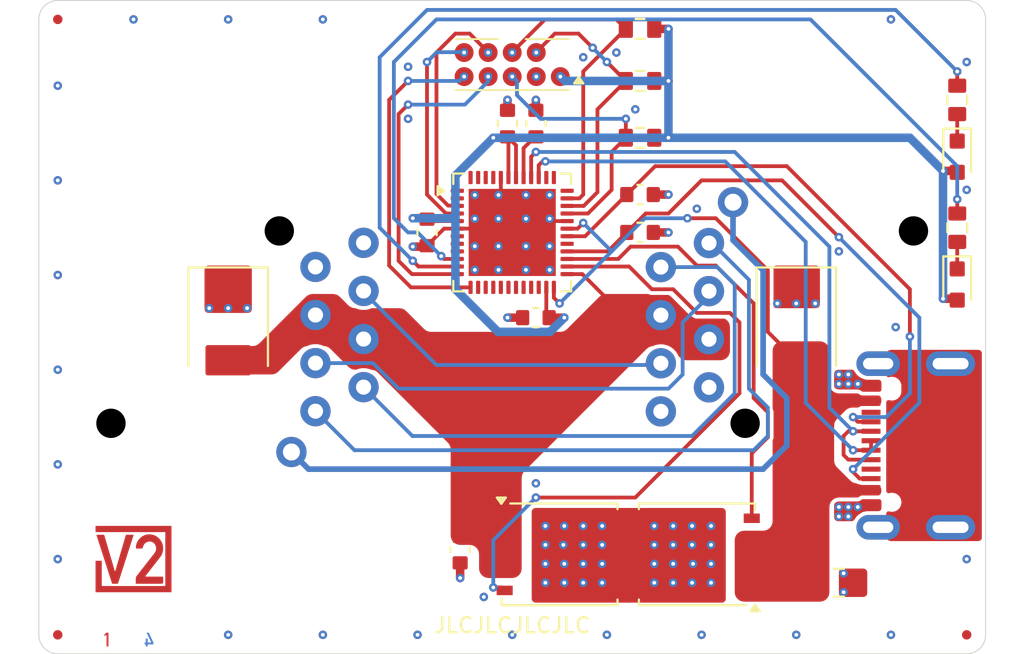
<source format=kicad_pcb>
(kicad_pcb (version 20241229) (generator "pcbnew") (generator_version "9.0")
  (title_block (title "Power Link USB") (date "2026-01-26") (rev "3") (company "Versio Duo"))
  (layers (0 "F.Cu" signal "Front") (4 "In1.Cu" power) (6 "In2.Cu" power) (2 "B.Cu" signal "Back") (13 "F.Paste" user) (5 "F.SilkS" user "F.Silkscreen") (7 "B.SilkS" user "B.Silkscreen") (1 "F.Mask" user) (3 "B.Mask" user) (25 "Edge.Cuts" user))
  (property "Order-Number" "JLCJLCJLCJLC")
  (net 0 "")
  (net 1 "GND")
  (net 2 "+VLINK")
  (net 3 "/RX-A")
  (net 4 "/TX-Z")
  (net 5 "/RX-B")
  (net 6 "/TX-Y")
  (net 7 "Shield")
  (net 8 "/Drain")
  (net 9 "/Rail-Input")
  (net 10 "/Rail-Output")
  (net 11 "+VBUS")
  (net 12 "/+1V8")
  (net 13 "/Shield RJ45")
  (net 14 "+3V3")
  (net 15 "/SWDIO")
  (net 19 "/UART-TX")
  (net 24 "/UART-RX")
  (net 25 "/SCK")
  (net 27 "/SDA")
  (net 28 "/USB-")
  (net 29 "/USB-CC2")
  (net 30 "/USB-CC1")
  (net 31 "/USB+")
  (net 32 "/SWCLK")
  (net 39 "Net-(D101-K)")
  (net 41 "Net-(D102-K)")
  (net 50 "/RESET")
  (net 52 "/LED-Orange")
  (net 53 "/LED-Red")
  (footprint "V2_Resistor_SMD:R_0603" (layer "F.Cu") (at 148.75 84)
    (property "Reference" "R103" (hide yes))
    (property "Value" "3k9" (hide yes))
  )
  (footprint "V2_Capacitor_SMD:C_0603" (layer "F.Cu") (at 143.25 89 -90)
    (property "Reference" "C104" (hide yes))
    (property "Value" "0u1" (hide yes))
  )
  (footprint "V2_Package_TO_SOT_SMD:TDSON-8-FL" (layer "F.Cu") (at 144.5 111.75)
    (property "Reference" "Q102" (hide yes))
    (property "Value" "BSC010N04LS" (hide yes))
  )
  (footprint "V2_Capacitor_SMD:C_0805" (layer "F.Cu") (at 159.25 113.25)
    (property "Reference" "C107" (hide yes))
    (property "Value" "10u" (hide yes))
  )
  (footprint "V2_LED:LED_0603" (layer "F.Cu") (at 165.5 90.75 -90)
    (property "Reference" "D101" (hide yes))
    (property "Value" "Orange" (hide yes))
  )
  (footprint "V2_Capacitor_SMD:C_0603" (layer "F.Cu") (at 143.25 99.25 180)
    (property "Reference" "C103" (hide yes))
    (property "Value" "0u1" (hide yes))
  )
  (footprint "V2_Connector_USB:JAE_DX07S016JA3" (layer "F.Cu") (at 164 106 90)
    (property "Reference" "J102" (hide yes))
    (property "Value" "DX07S016JA3" (hide yes))
  )
  (footprint "V2_LED:LED_0603" (layer "F.Cu") (at 165.5 97.5 -90)
    (property "Reference" "D102" (hide yes))
    (property "Value" "Red" (hide yes))
  )
  (footprint "V2_Production:Order_Number" (layer "F.Cu") (at 142 115.5)
    (property "Reference" "INFO101" (hide yes))
    (property "Value" "Order_Number" (hide yes))
  )
  (footprint "V2_Capacitor_SMD:C_0603" (layer "F.Cu") (at 148.75 92.75)
    (property "Reference" "C106" (hide yes))
    (property "Value" "390p" (hide yes))
  )
  (footprint "V2_Package_DFN_QFN:QFN-48-1EP_6x6mm_P0.4mm_EP4.6x4.6mm" (layer "F.Cu") (at 142 94.75)
    (property "Reference" "U101" (hide yes))
    (property "Value" "CYPM1311-48LDXI" (hide yes))
  )
  (footprint "V2_Resistor_SMD:R_0603" (layer "F.Cu") (at 165.5 87.75 90)
    (property "Reference" "R104" (hide yes))
    (property "Value" "330R" (hide yes))
  )
  (footprint "V2_Capacitor_SMD:C_0603" (layer "F.Cu") (at 139.25 111.5 -90)
    (property "Reference" "C108" (hide yes))
    (property "Value" "1u" (hide yes))
  )
  (footprint "V2_Connector_Debug:KitProg3" (layer "F.Cu") (at 142 85.25)
    (property "Reference" "J1" (hide yes))
    (property "Value" ">VALUE" (hide yes))
  )
  (footprint "V2_Diode_SMD:D_SMB" (layer "F.Cu") (at 127 99.5 -90)
    (property "Reference" "TVS102" (hide yes))
    (property "Value" "SMBJ33CA" (hide yes))
  )
  (footprint "V2_Package_TO_SOT_SMD:TDSON-8-FL" (layer "F.Cu") (at 151.75 111.75 180)
    (property "Reference" "Q101" (hide yes))
    (property "Value" "BSC010N04LS" (hide yes))
  )
  (footprint "V2_Production:Layer_Numbers" (layer "F.Cu") (at 121.75 116.25)
    (property "Reference" "INFO102" (hide yes))
    (property "Value" "Layer_Numbers" (hide yes))
  )
  (footprint "V2_Resistor_SMD:R_0603" (layer "F.Cu") (at 148.75 89.75)
    (property "Reference" "R101" (hide yes))
    (property "Value" "10k" (hide yes))
  )
  (footprint "V2_Capacitor_SMD:C_0603" (layer "F.Cu") (at 141.75 89 90)
    (property "Reference" "C101" (hide yes))
    (property "Value" "10u" (hide yes))
  )
  (footprint "V2_Diode_SMD:D_SMB" (layer "F.Cu") (at 157 99.5 -90)
    (property "Reference" "TVS101" (hide yes))
    (property "Value" "SMBJ33CA" (hide yes))
  )
  (footprint "V2_Fiducial:Fiducial_0.5mm_Mask1mm_Paste" (layer "F.Cu") (at 118 116)
    (property "Reference" "FID103" (hide yes))
    (property "Value" "Fiducial_Paste" (hide yes))
  )
  (footprint "V2_Resistor_SMD:R_0603" (layer "F.Cu") (at 148.75 86.75)
    (property "Reference" "R102" (hide yes))
    (property "Value" "3k9" (hide yes))
  )
  (footprint "V2_Fiducial:Fiducial_0.5mm_Mask1mm_Paste" (layer "F.Cu") (at 118 83.5)
    (property "Reference" "FID102" (hide yes))
    (property "Value" "Fiducial_Paste" (hide yes))
  )
  (footprint "V2_Resistor_SMD:R_0603" (layer "F.Cu") (at 165.5 94.5 90)
    (property "Reference" "R105" (hide yes))
    (property "Value" "330R" (hide yes))
  )
  (footprint "V2_Capacitor_SMD:C_0603" (layer "F.Cu") (at 137.5 94.75 -90)
    (property "Reference" "C102" (hide yes))
    (property "Value" "0u1" (hide yes))
  )
  (footprint "V2_Fiducial:Fiducial_0.5mm_Mask1mm_Paste" (layer "F.Cu") (at 166 116)
    (property "Reference" "FID101" (hide yes))
    (property "Value" "Fiducial_Paste" (hide yes))
  )
  (footprint "V2_Capacitor_SMD:C_0603" (layer "F.Cu") (at 148.75 94.75)
    (property "Reference" "C105" (hide yes))
    (property "Value" "390p" (hide yes))
  )
  (footprint "V2_Artwork:Logo_Small" (layer "F.Cu") (at 122 112)
    (property "Reference" "ICON101" (hide yes))
    (property "Value" "V2-logo" (hide yes))
  )
  (footprint "V2_Connector_EtherCon:NE8FAH" (layer "B.Cu") (at 167 99.75 90)
    (property "Reference" "J104" (hide yes))
    (property "Value" "NE8FAH" (hide yes))
  )
  (footprint "V2_Connector_EtherCon:NE8FAH" (layer "B.Cu") (at 117 99.75 -90)
    (property "Reference" "J103" (hide yes))
    (property "Value" "NE8FAH" (hide yes))
  )
  (gr_arc (start 117 83.5) (mid 117.292893 82.792893) (end 118 82.5) (stroke (width 0.05)) (layer "Edge.Cuts"))
  (gr_line (start 117 116) (end 117 83.5) (stroke (width 0.05)) (layer "Edge.Cuts"))
  (gr_line (start 118 82.5) (end 166 82.5) (stroke (width 0.05)) (layer "Edge.Cuts"))
  (gr_arc (start 118 117) (mid 117.292893 116.707107) (end 117 116) (stroke (width 0.05)) (layer "Edge.Cuts"))
  (gr_line (start 118 117) (end 166 117) (stroke (width 0.05)) (layer "Edge.Cuts"))
  (gr_arc (start 166 82.5) (mid 166.707107 82.792893) (end 167 83.5) (stroke (width 0.05)) (layer "Edge.Cuts"))
  (gr_line (start 167 83.5) (end 167 116) (stroke (width 0.05)) (layer "Edge.Cuts"))
  (gr_arc (start 167 116) (mid 166.707107 116.707107) (end 166 117) (stroke (width 0.05)) (layer "Edge.Cuts"))
  (segment (start 141.4 91.85) (end 141.4 92.65) (width 0.2) (layer "F.Cu") (net 1))
  (segment (start 140.752723 94.547277) (end 141.275 94.025) (width 0.2) (layer "F.Cu") (net 1))
  (segment (start 137.45 95.5) (end 137.5 95.45) (width 0.45) (layer "F.Cu") (net 1))
  (segment (start 144.9 94.15) (end 144.1 94.15) (width 0.2) (layer "F.Cu") (net 1))
  (segment (start 150.25 94.75) (end 149.45 94.75) (width 0.45) (layer "F.Cu") (net 1))
  (segment (start 141.75 88.25) (end 141.75 87.75) (width 0.45) (layer "F.Cu") (net 1))
  (segment (start 144.1 94.15) (end 143.975 94.025) (width 0.2) (layer "F.Cu") (net 1))
  (segment (start 141.75 99.25) (end 142.55 99.25) (width 0.45) (layer "F.Cu") (net 1))
  (segment (start 139.25 113) (end 139.25 112.2) (width 0.45) (layer "F.Cu") (net 1))
  (segment (start 141.4 92.65) (end 141.275 92.775) (width 0.2) (layer "F.Cu") (net 1))
  (segment (start 143.25 87.75) (end 143.25 88.25) (width 0.45) (layer "F.Cu") (net 1))
  (segment (start 136.75 95.5) (end 137.45 95.5) (width 0.45) (layer "F.Cu") (net 1))
  (segment (start 139.102723 94.547277) (end 140.752723 94.547277) (width 0.2) (layer "F.Cu") (net 1))
  (segment (start 139.1 94.55) (end 139.102723 94.547277) (width 0.2) (layer "F.Cu") (net 1))
  (segment (start 150.25 92.75) (end 149.45 92.75) (width 0.45) (layer "F.Cu") (net 1))
  (segment (start 139.1 94.55) (end 138.4 94.55) (width 0.2) (layer "F.Cu") (net 1))
  (segment (start 138.4 94.55) (end 137.5 95.45) (width 0.2) (layer "F.Cu") (net 1))
  (via (at 126 98.75) (size 0.45) (drill 0.2) (layers "F.Cu" "B.Cu") (net 1))
  (via (at 137 116) (size 0.45) (drill 0.2) (layers "F.Cu" "B.Cu") (net 1))
  (via (at 162.25 99.75) (size 0.45) (drill 0.2) (layers "F.Cu" "B.Cu") (net 1))
  (via (at 159.25 102.75) (size 0.45) (drill 0.2) (layers "F.Cu" "B.Cu") (net 1))
  (via (at 127 98.75) (size 0.45) (drill 0.2) (layers "F.Cu" "B.Cu") (net 1))
  (via (at 118 112) (size 0.45) (drill 0.2) (layers "F.Cu" "B.Cu") (net 1))
  (via (at 118 102) (size 0.45) (drill 0.2) (layers "F.Cu" "B.Cu") (net 1))
  (via (at 127 116) (size 0.45) (drill 0.2) (layers "F.Cu" "B.Cu") (net 1))
  (via (at 143.25 108) (size 0.45) (drill 0.2) (layers "F.Cu" "B.Cu") (net 1))
  (via (at 136.5 88.75) (size 0.45) (drill 0.2) (layers "F.Cu" "B.Cu") (net 1))
  (via (at 166 85.75) (size 0.45) (drill 0.2) (layers "F.Cu" "B.Cu") (net 1))
  (via (at 159.75 109.25) (size 0.45) (drill 0.2) (layers "F.Cu" "B.Cu") (net 1))
  (via (at 147 116) (size 0.45) (drill 0.2) (layers "F.Cu" "B.Cu") (net 1))
  (via (at 166 92.5) (size 0.45) (drill 0.2) (layers "F.Cu" "B.Cu") (net 1))
  (via (at 159.75 109.75) (size 0.45) (drill 0.2) (layers "F.Cu" "B.Cu") (net 1))
  (via (at 158 98.5) (size 0.45) (drill 0.2) (layers "F.Cu" "B.Cu") (net 1))
  (via (at 159.25 102.25) (size 0.45) (drill 0.2) (layers "F.Cu" "B.Cu") (net 1))
  (via (at 166 112) (size 0.45) (drill 0.2) (layers "F.Cu" "B.Cu") (net 1))
  (via (at 142 116) (size 0.45) (drill 0.2) (layers "F.Cu" "B.Cu") (net 1))
  (via (at 118 107) (size 0.45) (drill 0.2) (layers "F.Cu" "B.Cu") (net 1))
  (via (at 136.5 86) (size 0.45) (drill 0.2) (layers "F.Cu" "B.Cu") (net 1))
  (via (at 156 98.5) (size 0.45) (drill 0.2) (layers "F.Cu" "B.Cu") (net 1))
  (via (at 132 116) (size 0.45) (drill 0.2) (layers "F.Cu" "B.Cu") (net 1))
  (via (at 118 97) (size 0.45) (drill 0.2) (layers "F.Cu" "B.Cu") (net 1))
  (via (at 162 116) (size 0.45) (drill 0.2) (layers "F.Cu" "B.Cu") (net 1))
  (via (at 122 83.5) (size 0.45) (drill 0.2) (layers "F.Cu" "B.Cu") (net 1))
  (via (at 140.5 114) (size 0.45) (drill 0.2) (layers "F.Cu" "B.Cu") (net 1))
  (via (at 147.5 85.25) (size 0.45) (drill 0.2) (layers "F.Cu" "B.Cu") (net 1))
  (via (at 159.75 102.25) (size 0.45) (drill 0.2) (layers "F.Cu" "B.Cu") (net 1))
  (via (at 128 98.75) (size 0.45) (drill 0.2) (layers "F.Cu" "B.Cu") (net 1))
  (via (at 150.25 92.75) (size 0.45) (drill 0.2) (layers "F.Cu" "B.Cu") (net 1))
  (via (at 159.5 112.75) (size 0.45) (drill 0.2) (layers "F.Cu" "B.Cu") (net 1))
  (via (at 132 83.5) (size 0.45) (drill 0.2) (layers "F.Cu" "B.Cu") (net 1))
  (via (at 157 116) (size 0.45) (drill 0.2) (layers "F.Cu" "B.Cu") (net 1))
  (via (at 151.75 93.5) (size 0.45) (drill 0.2) (layers "F.Cu" "B.Cu") (net 1))
  (via (at 118 87) (size 0.45) (drill 0.2) (layers "F.Cu" "B.Cu") (net 1))
  (via (at 141.75 99.25) (size 0.45) (drill 0.2) (layers "F.Cu" "B.Cu") (net 1))
  (via (at 139.25 113) (size 0.45) (drill 0.2) (layers "F.Cu" "B.Cu") (net 1))
  (via (at 157 98.5) (size 0.45) (drill 0.2) (layers "F.Cu" "B.Cu") (net 1))
  (via (at 160.25 109.25) (size 0.45) (drill 0.2) (layers "F.Cu" "B.Cu") (net 1))
  (via (at 159.25 109.75) (size 0.45) (drill 0.2) (layers "F.Cu" "B.Cu") (net 1))
  (via (at 148.5 88.25) (size 0.45) (drill 0.2) (layers "F.Cu" "B.Cu") (net 1))
  (via (at 159.75 102.75) (size 0.45) (drill 0.2) (layers "F.Cu" "B.Cu") (net 1))
  (via (at 160.25 102.75) (size 0.45) (drill 0.2) (layers "F.Cu" "B.Cu") (net 1))
  (via (at 159.25 95.75) (size 0.45) (drill 0.2) (layers "F.Cu" "B.Cu") (net 1))
  (via (at 162 83.5) (size 0.45) (drill 0.2) (layers "F.Cu" "B.Cu") (net 1))
  (via (at 152 116) (size 0.45) (drill 0.2) (layers "F.Cu" "B.Cu") (net 1))
  (via (at 143.25 87.75) (size 0.45) (drill 0.2) (layers "F.Cu" "B.Cu") (net 1))
  (via (at 150.25 94.75) (size 0.45) (drill 0.2) (layers "F.Cu" "B.Cu") (net 1))
  (via (at 145.75 85.5) (size 0.45) (drill 0.2) (layers "F.Cu" "B.Cu") (net 1))
  (via (at 159.5 113.75) (size 0.45) (drill 0.2) (layers "F.Cu" "B.Cu") (net 1))
  (via (at 141.75 87.75) (size 0.45) (drill 0.2) (layers "F.Cu" "B.Cu") (net 1))
  (via (at 159.25 109.25) (size 0.45) (drill 0.2) (layers "F.Cu" "B.Cu") (net 1))
  (via (at 136.75 95.5) (size 0.45) (drill 0.2) (layers "F.Cu" "B.Cu") (net 1))
  (via (at 118 92) (size 0.45) (drill 0.2) (layers "F.Cu" "B.Cu") (net 1))
  (via (at 127 83.5) (size 0.45) (drill 0.2) (layers "F.Cu" "B.Cu") (net 1))
  (segment (start 131.920412 96.815404) (end 131.881156 96.815404) (width 0.2) (layer "B.Cu") (net 1))
  (segment (start 144.9 96.95) (end 145.7 96.95) (width 0.2) (layer "F.Cu") (net 2))
  (segment (start 145.7 96.95) (end 147 98.25) (width 0.2) (layer "F.Cu") (net 2))
  (segment (start 136 103) (end 150.25 103) (width 0.2) (layer "B.Cu") (net 3))
  (segment (start 152.39 98.11) (end 152.39 97.85) (width 0.2) (layer "B.Cu") (net 3))
  (segment (start 150.25 103) (end 151 102.25) (width 0.2) (layer "B.Cu") (net 3))
  (segment (start 134.65 101.65) (end 136 103) (width 0.2) (layer "B.Cu") (net 3))
  (segment (start 151 102.25) (end 151 99.5) (width 0.2) (layer "B.Cu") (net 3))
  (segment (start 151 99.5) (end 152.39 98.11) (width 0.2) (layer "B.Cu") (net 3))
  (segment (start 131.61 101.65) (end 134.65 101.65) (width 0.2) (layer "B.Cu") (net 3))
  (segment (start 136.73 105.5) (end 134.15 102.92) (width 0.2) (layer "B.Cu") (net 4))
  (segment (start 149.85 96.58) (end 152.83 96.58) (width 0.2) (layer "B.Cu") (net 4))
  (segment (start 153.75 97.5) (end 153.75 103.25) (width 0.2) (layer "B.Cu") (net 4))
  (segment (start 153.75 103.25) (end 151.5 105.5) (width 0.2) (layer "B.Cu") (net 4))
  (segment (start 151.5 105.5) (end 136.73 105.5) (width 0.2) (layer "B.Cu") (net 4))
  (segment (start 152.83 96.58) (end 153.75 97.5) (width 0.2) (layer "B.Cu") (net 4))
  (segment (start 138 101.75) (end 149.76 101.75) (width 0.2) (layer "B.Cu") (net 5))
  (segment (start 134.15 97.84) (end 134.15 97.9) (width 0.2) (layer "B.Cu") (net 5))
  (segment (start 149.76 101.75) (end 149.85 101.66) (width 0.2) (layer "B.Cu") (net 5))
  (segment (start 134.15 97.9) (end 138 101.75) (width 0.2) (layer "B.Cu") (net 5))
  (segment (start 154.75 106.25) (end 133.67 106.25) (width 0.2) (layer "B.Cu") (net 6))
  (segment (start 154.5 97.25) (end 154.5 103) (width 0.2) (layer "B.Cu") (net 6))
  (segment (start 152.39 95.31) (end 152.56 95.31) (width 0.2) (layer "B.Cu") (net 6))
  (segment (start 154.5 103) (end 155.5 104) (width 0.2) (layer "B.Cu") (net 6))
  (segment (start 155.5 104) (end 155.5 105.5) (width 0.2) (layer "B.Cu") (net 6))
  (segment (start 152.56 95.31) (end 154.5 97.25) (width 0.2) (layer "B.Cu") (net 6))
  (segment (start 155.5 105.5) (end 154.75 106.25) (width 0.2) (layer "B.Cu") (net 6))
  (segment (start 133.67 106.25) (end 131.61 104.19) (width 0.2) (layer "B.Cu") (net 6))
  (segment (start 151.75 96.5) (end 152.75 96.5) (width 0.2) (layer "F.Cu") (net 9))
  (segment (start 147.6 96.15) (end 148.25 95.5) (width 0.2) (layer "F.Cu") (net 9))
  (segment (start 154.75 98.5) (end 154.75 103.5) (width 0.2) (layer "F.Cu") (net 9))
  (segment (start 154.65 106.41125) (end 154.65 109.845) (width 0.2) (layer "F.Cu") (net 9))
  (segment (start 152.75 96.5) (end 154.75 98.5) (width 0.2) (layer "F.Cu") (net 9))
  (segment (start 148.25 95.5) (end 150.75 95.5) (width 0.2) (layer "F.Cu") (net 9))
  (segment (start 155.5 104.25) (end 155.5 105.56125) (width 0.2) (layer "F.Cu") (net 9))
  (segment (start 155.5 105.56125) (end 154.65 106.41125) (width 0.2) (layer "F.Cu") (net 9))
  (segment (start 154.75 103.5) (end 155.5 104.25) (width 0.2) (layer "F.Cu") (net 9))
  (segment (start 144.9 96.15) (end 147.6 96.15) (width 0.2) (layer "F.Cu") (net 9))
  (segment (start 150.75 95.5) (end 151.75 96.5) (width 0.2) (layer "F.Cu") (net 9))
  (segment (start 148.5 108.75) (end 154 103.25) (width 0.2) (layer "F.Cu") (net 10))
  (segment (start 148.175 96.55) (end 144.9 96.55) (width 0.2) (layer "F.Cu") (net 10))
  (segment (start 151.75 99) (end 150.5 97.75) (width 0.2) (layer "F.Cu") (net 10))
  (segment (start 153.5 99) (end 151.75 99) (width 0.2) (layer "F.Cu") (net 10))
  (segment (start 143.25 108.75) (end 148.5 108.75) (width 0.2) (layer "F.Cu") (net 10))
  (segment (start 141 113.5) (end 141.445 113.5) (width 0.2) (layer "F.Cu") (net 10))
  (segment (start 149.375 97.75) (end 148.175 96.55) (width 0.2) (layer "F.Cu") (net 10))
  (segment (start 154 99.5) (end 153.5 99) (width 0.2) (layer "F.Cu") (net 10))
  (segment (start 141.445 113.5) (end 141.6 113.655) (width 0.2) (layer "F.Cu") (net 10))
  (segment (start 154 103.25) (end 154 99.5) (width 0.2) (layer "F.Cu") (net 10))
  (segment (start 150.5 97.75) (end 149.375 97.75) (width 0.2) (layer "F.Cu") (net 10))
  (via (at 143.25 108.75) (size 0.45) (drill 0.2) (layers "F.Cu" "B.Cu") (net 10))
  (via (at 141 113.5) (size 0.45) (drill 0.2) (layers "F.Cu" "B.Cu") (net 10))
  (segment (start 141 113.5) (end 141 111) (width 0.2) (layer "B.Cu") (net 10))
  (segment (start 141 111) (end 143.25 108.75) (width 0.2) (layer "B.Cu") (net 10))
  (segment (start 152.75 94) (end 155.5 96.75) (width 0.2) (layer "F.Cu") (net 11))
  (segment (start 144.2 98.2) (end 144.2 97.65) (width 0.2) (layer "F.Cu") (net 11))
  (segment (start 155.5 100) (end 157 101.5) (width 0.2) (layer "F.Cu") (net 11))
  (segment (start 155.5 96.75) (end 155.5 100) (width 0.2) (layer "F.Cu") (net 11))
  (segment (start 145.45 94.55) (end 145.75 94.25) (width 0.2) (layer "F.Cu") (net 11))
  (segment (start 151.25 94) (end 152.75 94) (width 0.2) (layer "F.Cu") (net 11))
  (segment (start 144.9 94.55) (end 145.45 94.55) (width 0.2) (layer "F.Cu") (net 11))
  (segment (start 144.5 98.5) (end 144.2 98.2) (width 0.2) (layer "F.Cu") (net 11))
  (via (at 144.5 98.5) (size 0.45) (drill 0.2) (layers "F.Cu" "B.Cu") (net 11))
  (via (at 145.75 94.25) (size 0.45) (drill 0.2) (layers "F.Cu" "B.Cu") (net 11))
  (via (at 151.25 94) (size 0.45) (drill 0.2) (layers "F.Cu" "B.Cu") (net 11))
  (segment (start 151.25 94) (end 149 94) (width 0.2) (layer "B.Cu") (net 11))
  (segment (start 145.75 94.25) (end 147.25 95.75) (width 0.2) (layer "B.Cu") (net 11))
  (segment (start 149 94) (end 144.5 98.5) (width 0.2) (layer "B.Cu") (net 11))
  (segment (start 142.6 90.3) (end 143.25 89.65) (width 0.2) (layer "F.Cu") (net 12))
  (segment (start 142.6 91.85) (end 142.6 90.3) (width 0.2) (layer "F.Cu") (net 12))
  (segment (start 156.5 103.5) (end 156.5 106) (width 0.3) (layer "B.Cu") (net 13))
  (segment (start 153.66 95.16) (end 155.25 96.75) (width 0.3) (layer "B.Cu") (net 13))
  (segment (start 155.25 102.25) (end 156.5 103.5) (width 0.3) (layer "B.Cu") (net 13))
  (segment (start 156.5 106) (end 155.25 107.25) (width 0.3) (layer "B.Cu") (net 13))
  (segment (start 153.66 93.155) (end 153.66 95.16) (width 0.3) (layer "B.Cu") (net 13))
  (segment (start 155.25 96.75) (end 155.25 102.25) (width 0.3) (layer "B.Cu") (net 13))
  (segment (start 131.245 107.25) (end 130.34 106.345) (width 0.3) (layer "B.Cu") (net 13))
  (segment (start 155.25 107.25) (end 131.245 107.25) (width 0.3) (layer "B.Cu") (net 13))
  (segment (start 164.75 98.25) (end 165.4625 98.25) (width 0.45) (layer "F.Cu") (net 14))
  (segment (start 139.1 94.15) (end 137.6 94.15) (width 0.2) (layer "F.Cu") (net 14))
  (segment (start 143.8 97.65) (end 143.8 99.1) (width 0.2) (layer "F.Cu") (net 14))
  (segment (start 149.5 86.75) (end 150.25 86.75) (width 0.45) (layer "F.Cu") (net 14))
  (segment (start 143.8 99.1) (end 143.95 99.25) (width 0.2) (layer "F.Cu") (net 14))
  (segment (start 141 89.75) (end 141.7 89.75) (width 0.45) (layer "F.Cu") (net 14))
  (segment (start 149.5 89.75) (end 150.25 89.75) (width 0.45) (layer "F.Cu") (net 14))
  (segment (start 137.45 94) (end 137.5 94.05) (width 0.45) (layer "F.Cu") (net 14))
  (segment (start 142.2 91.85) (end 142.2 90.15) (width 0.2) (layer "F.Cu") (net 14))
  (segment (start 137.6 94.15) (end 137.5 94.05) (width 0.2) (layer "F.Cu") (net 14))
  (segment (start 136.75 94) (end 137.45 94) (width 0.45) (layer "F.Cu") (net 14))
  (segment (start 164.75 91.5) (end 165.4625 91.5) (width 0.45) (layer "F.Cu") (net 14))
  (segment (start 141.8 91.85) (end 141.8 89.75) (width 0.2) (layer "F.Cu") (net 14))
  (segment (start 149.5 84) (end 150.25 84) (width 0.45) (layer "F.Cu") (net 14))
  (segment (start 144.75 99.25) (end 143.95 99.25) (width 0.45) (layer "F.Cu") (net 14))
  (segment (start 141.7 89.75) (end 141.75 89.7) (width 0.45) (layer "F.Cu") (net 14))
  (segment (start 165.4625 98.25) (end 165.5 98.2875) (width 0.45) (layer "F.Cu") (net 14))
  (segment (start 141.8 89.75) (end 141.75 89.7) (width 0.2) (layer "F.Cu") (net 14))
  (segment (start 165.4625 91.5) (end 165.5 91.5375) (width 0.45) (layer "F.Cu") (net 14))
  (segment (start 142.2 90.15) (end 141.75 89.7) (width 0.2) (layer "F.Cu") (net 14))
  (via (at 136.75 94) (size 0.45) (drill 0.2) (layers "F.Cu" "B.Cu") (net 14))
  (via (at 164.75 98.25) (size 0.45) (drill 0.2) (layers "F.Cu" "B.Cu") (net 14))
  (via (at 150.25 84) (size 0.45) (drill 0.2) (layers "F.Cu" "B.Cu") (net 14))
  (via (at 164.75 91.5) (size 0.45) (drill 0.2) (layers "F.Cu" "B.Cu") (net 14))
  (via (at 144.75 99.25) (size 0.45) (drill 0.2) (layers "F.Cu" "B.Cu") (net 14))
  (via (at 150.25 86.75) (size 0.45) (drill 0.2) (layers "F.Cu" "B.Cu") (net 14))
  (via (at 150.25 89.75) (size 0.45) (drill 0.2) (layers "F.Cu" "B.Cu") (net 14))
  (via (at 141 89.75) (size 0.45) (drill 0.2) (layers "F.Cu" "B.Cu") (net 14))
  (segment (start 141 89.75) (end 150.25 89.75) (width 0.45) (layer "B.Cu") (net 14))
  (segment (start 139 97.75) (end 141.25 100) (width 0.45) (layer "B.Cu") (net 14))
  (segment (start 164.75 91.5) (end 164.75 98.25) (width 0.45) (layer "B.Cu") (net 14))
  (segment (start 144 100) (end 144.75 99.25) (width 0.45) (layer "B.Cu") (net 14))
  (segment (start 139 94) (end 136.75 94) (width 0.45) (layer "B.Cu") (net 14))
  (segment (start 139 94) (end 139 97.75) (width 0.45) (layer "B.Cu") (net 14))
  (segment (start 163 89.75) (end 164.75 91.5) (width 0.45) (layer "B.Cu") (net 14))
  (segment (start 150.25 86.75) (end 144.79 86.75) (width 0.45) (layer "B.Cu") (net 14))
  (segment (start 150.25 89.75) (end 163 89.75) (width 0.45) (layer "B.Cu") (net 14))
  (segment (start 141 89.75) (end 139 91.75) (width 0.45) (layer "B.Cu") (net 14))
  (segment (start 150.25 89.75) (end 150.25 84) (width 0.45) (layer "B.Cu") (net 14))
  (segment (start 139 91.75) (end 139 94) (width 0.45) (layer "B.Cu") (net 14))
  (segment (start 141.25 100) (end 144 100) (width 0.45) (layer "B.Cu") (net 14))
  (segment (start 144.79 86.75) (end 144.54 86.5) (width 0.45) (layer "B.Cu") (net 14))
  (segment (start 135.5 87.75) (end 135.5 96.5) (width 0.2) (layer "F.Cu") (net 15))
  (segment (start 136.65 97.65) (end 139.8 97.65) (width 0.2) (layer "F.Cu") (net 15))
  (segment (start 135.5 96.5) (end 136.65 97.65) (width 0.2) (layer "F.Cu") (net 15))
  (segment (start 136.5 86.75) (end 135.5 87.75) (width 0.2) (layer "F.Cu") (net 15))
  (via (at 136.5 86.75) (size 0.45) (drill 0.2) (layers "F.Cu" "B.Cu") (net 15))
  (segment (start 139.46 86.5) (end 139.21 86.75) (width 0.2) (layer "B.Cu") (net 15))
  (segment (start 139.21 86.75) (end 136.5 86.75) (width 0.2) (layer "B.Cu") (net 15))
  (segment (start 138.5 93.75) (end 139.1 93.75) (width 0.2) (layer "F.Cu") (net 19))
  (segment (start 137.5 92.75) (end 138.5 93.75) (width 0.2) (layer "F.Cu") (net 19))
  (segment (start 137.5 85.75) (end 137.5 92.75) (width 0.2) (layer "F.Cu") (net 19))
  (via (at 137.5 85.75) (size 0.45) (drill 0.2) (layers "F.Cu" "B.Cu") (net 19))
  (segment (start 138.02 85.23) (end 139.46 85.23) (width 0.2) (layer "B.Cu") (net 19))
  (segment (start 137.5 85.75) (end 138.02 85.23) (width 0.2) (layer "B.Cu") (net 19))
  (segment (start 138 85.25) (end 139 84.25) (width 0.2) (layer "F.Cu") (net 24))
  (segment (start 139 84.25) (end 139.75 84.25) (width 0.2) (layer "F.Cu") (net 24))
  (segment (start 140.75 85.21) (end 140.73 85.23) (width 0.2) (layer "F.Cu") (net 24))
  (segment (start 138 92.71967) (end 138 85.25) (width 0.2) (layer "F.Cu") (net 24))
  (segment (start 140.71 85.21) (end 140.75 85.21) (width 0.2) (layer "F.Cu") (net 24))
  (segment (start 138.61533 93.335) (end 138 92.71967) (width 0.2) (layer "F.Cu") (net 24))
  (segment (start 139.75 84.25) (end 140.71 85.21) (width 0.2) (layer "F.Cu") (net 24))
  (segment (start 139.085 93.335) (end 138.61533 93.335) (width 0.2) (layer "F.Cu") (net 24))
  (segment (start 139.1 93.35) (end 139.085 93.335) (width 0.2) (layer "F.Cu") (net 24))
  (segment (start 145.775 93.35) (end 144.9 93.35) (width 0.2) (layer "F.Cu") (net 25))
  (segment (start 144.25 84.25) (end 143.27 85.23) (width 0.2) (layer "F.Cu") (net 25))
  (segment (start 148 86.75) (end 146.5 88.25) (width 0.2) (layer "F.Cu") (net 25))
  (segment (start 148 86.75) (end 147 85.75) (width 0.2) (layer "F.Cu") (net 25))
  (segment (start 146.5 88.25) (end 146.5 92.625) (width 0.2) (layer "F.Cu") (net 25))
  (segment (start 146.25 85) (end 145.5 84.25) (width 0.2) (layer "F.Cu") (net 25))
  (segment (start 145.5 84.25) (end 144.25 84.25) (width 0.2) (layer "F.Cu") (net 25))
  (segment (start 146.5 92.625) (end 145.775 93.35) (width 0.2) (layer "F.Cu") (net 25))
  (via (at 147 85.75) (size 0.45) (drill 0.2) (layers "F.Cu" "B.Cu") (net 25))
  (via (at 146.25 85) (size 0.45) (drill 0.2) (layers "F.Cu" "B.Cu") (net 25))
  (segment (start 146.25 85) (end 147 85.75) (width 0.2) (layer "B.Cu") (net 25))
  (segment (start 143.73 83.5) (end 147.5 83.5) (width 0.2) (layer "F.Cu") (net 27))
  (segment (start 147.5 83.5) (end 148 84) (width 0.2) (layer "F.Cu") (net 27))
  (segment (start 148 84) (end 145.75 86.25) (width 0.2) (layer "F.Cu") (net 27))
  (segment (start 145.55 92.95) (end 144.9 92.95) (width 0.2) (layer "F.Cu") (net 27))
  (segment (start 145.75 92.75) (end 145.55 92.95) (width 0.2) (layer "F.Cu") (net 27))
  (segment (start 142 85.23) (end 143.73 83.5) (width 0.2) (layer "F.Cu") (net 27))
  (segment (start 145.75 86.25) (end 145.75 92.75) (width 0.2) (layer "F.Cu") (net 27))
  (segment (start 160.95 106.75) (end 159.75 106.75) (width 0.2) (layer "F.Cu") (net 28))
  (segment (start 159.75 105.25) (end 159.5 105.5) (width 0.2) (layer "F.Cu") (net 28))
  (segment (start 159.75 106.75) (end 159.5 106.5) (width 0.2) (layer "F.Cu") (net 28))
  (segment (start 143 90.75) (end 143 91.85) (width 0.2) (layer "F.Cu") (net 28))
  (segment (start 160.95 105.25) (end 160 105.25) (width 0.2) (layer "F.Cu") (net 28))
  (segment (start 143.25 90.5) (end 143 90.75) (width 0.2) (layer "F.Cu") (net 28))
  (segment (start 159.5 106.5) (end 159.5 105.5) (width 0.2) (layer "F.Cu") (net 28))
  (segment (start 160 105.25) (end 159.75 105.25) (width 0.2) (layer "F.Cu") (net 28))
  (via (at 160 105.25) (size 0.45) (drill 0.2) (layers "F.Cu" "B.Cu") (net 28))
  (via (at 143.25 90.5) (size 0.45) (drill 0.2) (layers "F.Cu" "B.Cu") (net 28))
  (segment (start 153.75 90.5) (end 158.75 95.5) (width 0.2) (layer "B.Cu") (net 28))
  (segment (start 158.75 104) (end 160 105.25) (width 0.2) (layer "B.Cu") (net 28))
  (segment (start 143.25 90.5) (end 153.75 90.5) (width 0.2) (layer "B.Cu") (net 28))
  (segment (start 158.75 95.5) (end 158.75 104) (width 0.2) (layer "B.Cu") (net 28))
  (segment (start 145.85 94.95) (end 148.05 92.75) (width 0.2) (layer "F.Cu") (net 29))
  (segment (start 163 97.75) (end 156.5 91.25) (width 0.2) (layer "F.Cu") (net 29))
  (segment (start 144.9 94.95) (end 145.85 94.95) (width 0.2) (layer "F.Cu") (net 29))
  (segment (start 149.55 91.25) (end 148.05 92.75) (width 0.2) (layer "F.Cu") (net 29))
  (segment (start 163 100.25) (end 163 97.75) (width 0.2) (layer "F.Cu") (net 29))
  (segment (start 156.5 91.25) (end 149.55 91.25) (width 0.2) (layer "F.Cu") (net 29))
  (segment (start 160.25 104.75) (end 160.95 104.75) (width 0.2) (layer "F.Cu") (net 29))
  (segment (start 160 104.5) (end 160.25 104.75) (width 0.2) (layer "F.Cu") (net 29))
  (via (at 160 104.5) (size 0.45) (drill 0.2) (layers "F.Cu" "B.Cu") (net 29))
  (via (at 163 100.25) (size 0.45) (drill 0.2) (layers "F.Cu" "B.Cu") (net 29))
  (segment (start 163 103.25) (end 161.75 104.5) (width 0.2) (layer "B.Cu") (net 29))
  (segment (start 163 100.25) (end 163 103.25) (width 0.2) (layer "B.Cu") (net 29))
  (segment (start 161.75 104.5) (end 160 104.5) (width 0.2) (layer "B.Cu") (net 29))
  (segment (start 146.55 95.75) (end 147.05 95.75) (width 0.2) (layer "F.Cu") (net 30))
  (segment (start 160.35 107.75) (end 160.95 107.75) (width 0.2) (layer "F.Cu") (net 30))
  (segment (start 152 92) (end 150.25 93.75) (width 0.2) (layer "F.Cu") (net 30))
  (segment (start 160 107.4) (end 160.35 107.75) (width 0.2) (layer "F.Cu") (net 30))
  (segment (start 149.05 93.75) (end 148.05 94.75) (width 0.2) (layer "F.Cu") (net 30))
  (segment (start 147.05 95.75) (end 148.05 94.75) (width 0.2) (layer "F.Cu") (net 30))
  (segment (start 160 107.25) (end 160 107.4) (width 0.2) (layer "F.Cu") (net 30))
  (segment (start 159.25 95) (end 156.25 92) (width 0.2) (layer "F.Cu") (net 30))
  (segment (start 144.9 95.75) (end 146.55 95.75) (width 0.2) (layer "F.Cu") (net 30))
  (segment (start 150.25 93.75) (end 149.05 93.75) (width 0.2) (layer "F.Cu") (net 30))
  (segment (start 156.25 92) (end 152 92) (width 0.2) (layer "F.Cu") (net 30))
  (via (at 160 107.25) (size 0.45) (drill 0.2) (layers "F.Cu" "B.Cu") (net 30))
  (via (at 159.25 95) (size 0.45) (drill 0.2) (layers "F.Cu" "B.Cu") (net 30))
  (segment (start 163.5 99.25) (end 159.25 95) (width 0.2) (layer "B.Cu") (net 30))
  (segment (start 160 107.25) (end 163.5 103.75) (width 0.2) (layer "B.Cu") (net 30))
  (segment (start 163.5 103.75) (end 163.5 99.25) (width 0.2) (layer "B.Cu") (net 30))
  (segment (start 143.75 91) (end 143.6 91) (width 0.2) (layer "F.Cu") (net 31))
  (segment (start 160.95 106.25) (end 160 106.25) (width 0.2) (layer "F.Cu") (net 31))
  (segment (start 143.4 91.2) (end 143.4 91.85) (width 0.2) (layer "F.Cu") (net 31))
  (segment (start 143.6 91) (end 143.4 91.2) (width 0.2) (layer "F.Cu") (net 31))
  (segment (start 160.95 105.75) (end 160.95 106.25) (width 0.2) (layer "F.Cu") (net 31))
  (via (at 160 106.25) (size 0.45) (drill 0.2) (layers "F.Cu" "B.Cu") (net 31))
  (via (at 143.75 91) (size 0.45) (drill 0.2) (layers "F.Cu" "B.Cu") (net 31))
  (segment (start 153.25 91) (end 157.5 95.25) (width 0.2) (layer "B.Cu") (net 31))
  (segment (start 157.5 95.25) (end 157.5 103.75) (width 0.2) (layer "B.Cu") (net 31))
  (segment (start 157.5 103.75) (end 160 106.25) (width 0.2) (layer "B.Cu") (net 31))
  (segment (start 143.75 91) (end 153.25 91) (width 0.2) (layer "B.Cu") (net 31))
  (segment (start 136.7 96.95) (end 139.1 96.95) (width 0.2) (layer "F.Cu") (net 32))
  (segment (start 136 88.5) (end 136 96.25) (width 0.2) (layer "F.Cu") (net 32))
  (segment (start 136.5 88) (end 136 88.5) (width 0.2) (layer "F.Cu") (net 32))
  (segment (start 136 96.25) (end 136.7 96.95) (width 0.2) (layer "F.Cu") (net 32))
  (via (at 136.5 88) (size 0.45) (drill 0.2) (layers "F.Cu" "B.Cu") (net 32))
  (segment (start 140.73 86.77) (end 140.73 86.5) (width 0.2) (layer "B.Cu") (net 32))
  (segment (start 136.5 88) (end 139.5 88) (width 0.2) (layer "B.Cu") (net 32))
  (segment (start 139.5 88) (end 140.73 86.77) (width 0.2) (layer "B.Cu") (net 32))
  (segment (start 165.5 89.9625) (end 165.5 88.5) (width 0.2) (layer "F.Cu") (net 39))
  (segment (start 165.5 96.7125) (end 165.5 95.25) (width 0.2) (layer "F.Cu") (net 41))
  (segment (start 148 89.75) (end 147.25 90.5) (width 0.2) (layer "F.Cu") (net 50))
  (segment (start 147.25 92.5) (end 146 93.75) (width 0.2) (layer "F.Cu") (net 50))
  (segment (start 147.25 90.5) (end 147.25 92.5) (width 0.2) (layer "F.Cu") (net 50))
  (segment (start 148 89.75) (end 148 88.75) (width 0.2) (layer "F.Cu") (net 50))
  (segment (start 146 93.75) (end 144.9 93.75) (width 0.2) (layer "F.Cu") (net 50))
  (via (at 148 88.75) (size 0.45) (drill 0.2) (layers "F.Cu" "B.Cu") (net 50))
  (segment (start 148 88.75) (end 143.5 88.75) (width 0.2) (layer "B.Cu") (net 50))
  (segment (start 143.5 88.75) (end 142.25 87.5) (width 0.2) (layer "B.Cu") (net 50))
  (segment (start 142.25 86.75) (end 142 86.5) (width 0.2) (layer "B.Cu") (net 50))
  (segment (start 142.25 87.5) (end 142.25 86.75) (width 0.2) (layer "B.Cu") (net 50))
  (segment (start 136.75 96.25) (end 137.05 96.55) (width 0.2) (layer "F.Cu") (net 52))
  (segment (start 165.5 86.25) (end 165.5 87) (width 0.2) (layer "F.Cu") (net 52))
  (segment (start 137.05 96.55) (end 139.1 96.55) (width 0.2) (layer "F.Cu") (net 52))
  (via (at 136.75 96.25) (size 0.45) (drill 0.2) (layers "F.Cu" "B.Cu") (net 52))
  (via (at 165.5 86.25) (size 0.45) (drill 0.2) (layers "F.Cu" "B.Cu") (net 52))
  (segment (start 136.75 96.25) (end 135 94.5) (width 0.2) (layer "B.Cu") (net 52))
  (segment (start 162.25 83) (end 165.5 86.25) (width 0.2) (layer "B.Cu") (net 52))
  (segment (start 137.5 83) (end 162.25 83) (width 0.2) (layer "B.Cu") (net 52))
  (segment (start 135 94.5) (end 135 85.5) (width 0.2) (layer "B.Cu") (net 52))
  (segment (start 135 85.5) (end 137.5 83) (width 0.2) (layer "B.Cu") (net 52))
  (segment (start 165.5 93.75) (end 165.5 93) (width 0.2) (layer "F.Cu") (net 53))
  (segment (start 138.25 96) (end 138.4 96.15) (width 0.2) (layer "F.Cu") (net 53))
  (segment (start 138.4 96.15) (end 139.1 96.15) (width 0.2) (layer "F.Cu") (net 53))
  (via (at 165.5 93) (size 0.45) (drill 0.2) (layers "F.Cu" "B.Cu") (net 53))
  (via (at 138.25 96) (size 0.45) (drill 0.2) (layers "F.Cu" "B.Cu") (net 53))
  (segment (start 135.75 94) (end 135.75 85.75) (width 0.2) (layer "B.Cu") (net 53))
  (segment (start 138 83.5) (end 157.75 83.5) (width 0.2) (layer "B.Cu") (net 53))
  (segment (start 135.75 85.75) (end 138 83.5) (width 0.2) (layer "B.Cu") (net 53))
  (segment (start 138.25 96) (end 137 94.75) (width 0.2) (layer "B.Cu") (net 53))
  (segment (start 165.5 91.25) (end 165.5 93) (width 0.2) (layer "B.Cu") (net 53))
  (segment (start 137 94.75) (end 136.5 94.75) (width 0.2) (layer "B.Cu") (net 53))
  (segment (start 136.5 94.75) (end 135.75 94) (width 0.2) (layer "B.Cu") (net 53))
  (segment (start 157.75 83.5) (end 165.5 91.25) (width 0.2) (layer "B.Cu") (net 53))
  (zone (net 1) (net_name "GND") (layer "F.Cu") (connect_pads yes (clearance 0.2)) (min_thickness 0.25) (fill yes (thermal_gap 0.5) (thermal_bridge_width 0.5) (smoothing fillet) (radius 0.2))
    (polygon (pts (xy 155.75 96.5) (xy 158.25 96.5) (xy 158.25 98.75) (xy 155.75 98.75)))
  )
  (zone (net 1) (net_name "GND") (layer "F.Cu") (connect_pads yes (clearance 0.2)) (min_thickness 0.25) (fill yes (thermal_gap 0.5) (thermal_bridge_width 0.5) (smoothing fillet) (radius 0.2))
    (polygon (pts (xy 159 102) (xy 160.25 102) (xy 160.75 102.5) (xy 161.5 102.5) (xy 161.5 103.25) (xy 159.25 103.25) (xy 159 103)))
  )
  (zone (net 1) (net_name "GND") (layer "F.Cu") (connect_pads yes (clearance 0.2)) (min_thickness 0.25) (fill yes (thermal_gap 0.5) (thermal_bridge_width 0.5) (smoothing fillet) (radius 0.2))
    (polygon (pts (xy 125.75 96.5) (xy 128.25 96.5) (xy 128.25 99) (xy 125.75 99)))
  )
  (zone (net 11) (net_name "+VBUS") (layer "F.Cu") (priority 1) (connect_pads yes (clearance 0.2)) (min_thickness 0.25) (fill yes (thermal_gap 0.5) (thermal_bridge_width 0.5) (smoothing fillet) (radius 0.5))
    (polygon (pts (xy 161.5 104) (xy 161.5 103.25) (xy 158.75 103.25) (xy 158.75 100.5) (xy 155.75 100.5) (xy 155.75 110.5) (xy 153.75 110.5) (xy 153.75 114.25) (xy 158.75 114.25) (xy 158.75 108.75) (xy 161.5 108.75) (xy 161.5 108) (xy 160 108) (xy 159 107) (xy 159 104.75) (xy 159.75 104)))
  )
  (zone (net 1) (net_name "GND") (layer "F.Cu") (connect_pads yes (clearance 0.2)) (min_thickness 0.25) (fill yes (thermal_gap 0.5) (thermal_bridge_width 0.5) (smoothing fillet) (radius 0.2))
    (polygon (pts (xy 159 109) (xy 159.25 108.75) (xy 161.5 108.75) (xy 161.5 109.5) (xy 160.5 109.5) (xy 160 110) (xy 159 110)))
  )
  (zone (net 8) (net_name "/Drain") (layer "F.Cu") (connect_pads yes (clearance 0.2)) (min_thickness 0.25) (fill yes (thermal_gap 0.5) (thermal_bridge_width 0.5) (smoothing fillet) (radius 0.2))
    (polygon (pts (xy 143.028735 109.301056) (xy 153.278735 109.301056) (xy 153.278735 114.301056) (xy 143.028735 114.301056)))
  )
  (zone (net 7) (net_name "Shield") (layer "F.Cu") (connect_pads yes (clearance 0.2)) (min_thickness 0.25) (fill yes (thermal_gap 0.508) (thermal_bridge_width 0.508) (smoothing fillet) (radius 0.25))
    (polygon (pts (xy 161.75 100.95) (xy 166.85 100.95) (xy 166.85 111.049999) (xy 161.75 111.05)))
  )
  (zone (net 2) (net_name "+VLINK") (layer "F.Cu") (connect_pads yes (clearance 0.2)) (min_thickness 0.25) (fill yes (thermal_gap 0.5) (thermal_bridge_width 0.5) (smoothing fillet) (radius 0.5))
    (polygon (pts (xy 128.5 100.75) (xy 131.25 98) (xy 132.75 98) (xy 133.5 98.75) (xy 136.25 98.75) (xy 137.5 100) (xy 144.75 100) (xy 146.75 98) (xy 150.25 98) (xy 151.5 99.25) (xy 153.5 99.25) (xy 153.5 101.5) (xy 151 101.5) (xy 150.25 100.75) (xy 149.25 100.75) (xy 142.5 107.5) (xy 142.5 113) (xy 140.25 113) (xy 140.25 111.25) (xy 138.75 111.25) (xy 138.75 106) (xy 134.75 102) (xy 133.5 102) (xy 132.25 100.75) (xy 131 100.75) (xy 129.5 102.25) (xy 126 102.25) (xy 126 100.75)))
  )
  (zone (net 1) (net_name "GND") (layer "F.Cu") (connect_pads yes (clearance 0.2)) (min_thickness 0.25) (fill yes (thermal_gap 0.5) (thermal_bridge_width 0.5) (smoothing fillet) (radius 0.2))
    (polygon (pts (xy 159.25 112.5) (xy 160.75 112.5) (xy 160.75 114) (xy 159.25 114)))
  )
)
</source>
